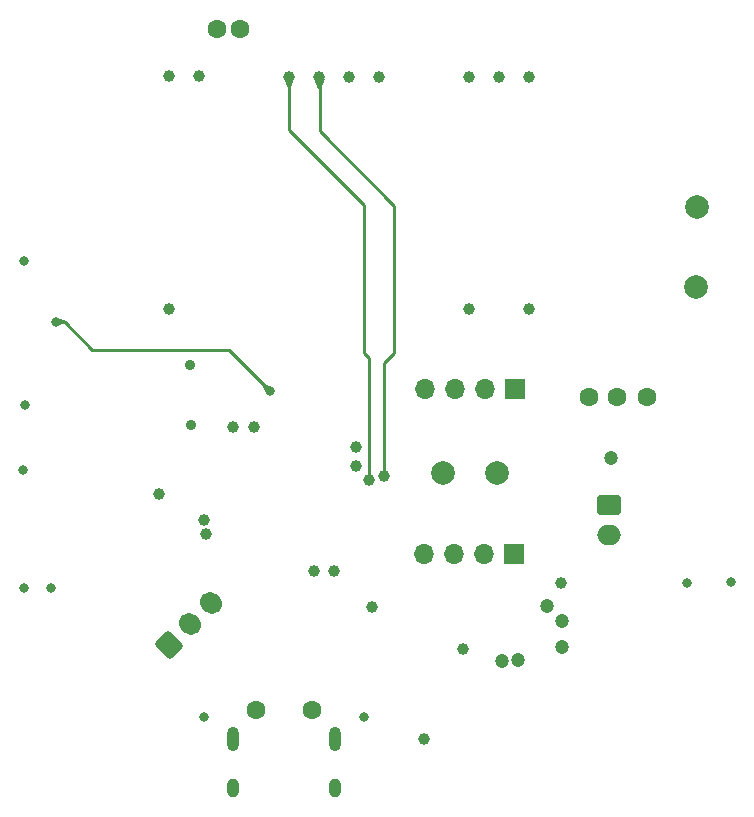
<source format=gbl>
G04 #@! TF.GenerationSoftware,KiCad,Pcbnew,8.0.5*
G04 #@! TF.CreationDate,2025-03-07T10:13:00-08:00*
G04 #@! TF.ProjectId,Telemetry PCB V2,54656c65-6d65-4747-9279-205043422056,rev?*
G04 #@! TF.SameCoordinates,Original*
G04 #@! TF.FileFunction,Copper,L4,Bot*
G04 #@! TF.FilePolarity,Positive*
%FSLAX46Y46*%
G04 Gerber Fmt 4.6, Leading zero omitted, Abs format (unit mm)*
G04 Created by KiCad (PCBNEW 8.0.5) date 2025-03-07 10:13:00*
%MOMM*%
%LPD*%
G01*
G04 APERTURE LIST*
G04 Aperture macros list*
%AMRoundRect*
0 Rectangle with rounded corners*
0 $1 Rounding radius*
0 $2 $3 $4 $5 $6 $7 $8 $9 X,Y pos of 4 corners*
0 Add a 4 corners polygon primitive as box body*
4,1,4,$2,$3,$4,$5,$6,$7,$8,$9,$2,$3,0*
0 Add four circle primitives for the rounded corners*
1,1,$1+$1,$2,$3*
1,1,$1+$1,$4,$5*
1,1,$1+$1,$6,$7*
1,1,$1+$1,$8,$9*
0 Add four rect primitives between the rounded corners*
20,1,$1+$1,$2,$3,$4,$5,0*
20,1,$1+$1,$4,$5,$6,$7,0*
20,1,$1+$1,$6,$7,$8,$9,0*
20,1,$1+$1,$8,$9,$2,$3,0*%
%AMHorizOval*
0 Thick line with rounded ends*
0 $1 width*
0 $2 $3 position (X,Y) of the first rounded end (center of the circle)*
0 $4 $5 position (X,Y) of the second rounded end (center of the circle)*
0 Add line between two ends*
20,1,$1,$2,$3,$4,$5,0*
0 Add two circle primitives to create the rounded ends*
1,1,$1,$2,$3*
1,1,$1,$4,$5*%
G04 Aperture macros list end*
G04 #@! TA.AperFunction,ComponentPad*
%ADD10O,1.000000X2.100000*%
G04 #@! TD*
G04 #@! TA.AperFunction,ComponentPad*
%ADD11O,1.000000X1.600000*%
G04 #@! TD*
G04 #@! TA.AperFunction,ComponentPad*
%ADD12C,2.000000*%
G04 #@! TD*
G04 #@! TA.AperFunction,ComponentPad*
%ADD13R,1.700000X1.700000*%
G04 #@! TD*
G04 #@! TA.AperFunction,ComponentPad*
%ADD14O,1.700000X1.700000*%
G04 #@! TD*
G04 #@! TA.AperFunction,ComponentPad*
%ADD15RoundRect,0.250000X0.088388X-0.936916X0.936916X-0.088388X-0.088388X0.936916X-0.936916X0.088388X0*%
G04 #@! TD*
G04 #@! TA.AperFunction,ComponentPad*
%ADD16HorizOval,1.700000X-0.088388X0.088388X0.088388X-0.088388X0*%
G04 #@! TD*
G04 #@! TA.AperFunction,ComponentPad*
%ADD17RoundRect,0.250000X-0.750000X0.600000X-0.750000X-0.600000X0.750000X-0.600000X0.750000X0.600000X0*%
G04 #@! TD*
G04 #@! TA.AperFunction,ComponentPad*
%ADD18O,2.000000X1.700000*%
G04 #@! TD*
G04 #@! TA.AperFunction,ViaPad*
%ADD19C,1.000000*%
G04 #@! TD*
G04 #@! TA.AperFunction,ViaPad*
%ADD20C,0.900000*%
G04 #@! TD*
G04 #@! TA.AperFunction,ViaPad*
%ADD21C,1.200000*%
G04 #@! TD*
G04 #@! TA.AperFunction,ViaPad*
%ADD22C,0.800000*%
G04 #@! TD*
G04 #@! TA.AperFunction,ViaPad*
%ADD23C,1.600000*%
G04 #@! TD*
G04 #@! TA.AperFunction,Conductor*
%ADD24C,0.250000*%
G04 #@! TD*
G04 APERTURE END LIST*
D10*
X146355000Y-111650000D03*
D11*
X146355000Y-115830000D03*
D10*
X154995000Y-111650000D03*
D11*
X154995000Y-115830000D03*
D12*
X168770000Y-89190000D03*
D13*
X170256396Y-82010000D03*
D14*
X167716396Y-82010000D03*
X165176396Y-82010000D03*
X162636396Y-82010000D03*
D13*
X170220000Y-95970000D03*
D14*
X167680000Y-95970000D03*
X165140001Y-95970000D03*
X162600000Y-95970000D03*
D15*
X140964466Y-103685534D03*
D16*
X142732233Y-101917767D03*
X144500000Y-100150000D03*
D12*
X164170000Y-89120000D03*
X185580000Y-73410000D03*
X185630000Y-66660000D03*
D17*
X178178899Y-91879602D03*
D18*
X178178899Y-94379602D03*
D19*
X165820000Y-104070000D03*
X143500000Y-55500000D03*
X158740000Y-55590000D03*
X171410000Y-75280000D03*
D20*
X142780000Y-80020000D03*
D19*
X171430000Y-55600000D03*
X166340000Y-55590000D03*
D21*
X178400000Y-87900000D03*
D22*
X130990000Y-98870000D03*
D19*
X153212800Y-97434400D03*
D22*
X128700000Y-71200000D03*
D21*
X173000000Y-100400000D03*
D22*
X143935000Y-109810000D03*
X184800000Y-98500000D03*
D19*
X140960000Y-55500000D03*
D22*
X157450000Y-109775000D03*
D19*
X158175000Y-100475000D03*
X168880000Y-55600000D03*
X148132800Y-85293200D03*
X140960000Y-75280000D03*
X143953364Y-93153364D03*
X156200000Y-55590000D03*
X140110000Y-90900000D03*
X156758982Y-88585382D03*
X166330000Y-75280000D03*
D20*
X142790000Y-85050000D03*
D22*
X128580000Y-88910000D03*
D21*
X169200000Y-105050000D03*
D19*
X144101591Y-94344177D03*
X156768800Y-86918800D03*
D22*
X128720000Y-98909999D03*
D21*
X170500000Y-105000000D03*
D22*
X128740000Y-83430000D03*
D19*
X146405600Y-85293200D03*
X154940000Y-97434400D03*
D22*
X149550000Y-82230000D03*
X131400000Y-76370000D03*
D21*
X174200000Y-101700000D03*
D23*
X148300000Y-109200000D03*
D21*
X174250000Y-103900000D03*
D19*
X174160000Y-98490000D03*
D23*
X153100000Y-109200000D03*
X147000000Y-51550000D03*
X145050000Y-51600000D03*
X176500000Y-82700000D03*
D22*
X188590000Y-98409999D03*
D23*
X181400000Y-82700000D03*
D19*
X162520000Y-111679999D03*
D23*
X178900000Y-82700000D03*
D19*
X153700000Y-55630000D03*
X159164136Y-89392740D03*
X157892816Y-89785000D03*
X151120000Y-55590000D03*
D24*
X149550000Y-82230000D02*
X146020000Y-78700000D01*
X134480000Y-78700000D02*
X132150000Y-76370000D01*
X132150000Y-76370000D02*
X131400000Y-76370000D01*
X146020000Y-78700000D02*
X134480000Y-78700000D01*
X159164136Y-89392740D02*
X159164136Y-79849864D01*
X153720000Y-60220000D02*
X153720000Y-55530000D01*
X160020000Y-78994000D02*
X160020000Y-66520000D01*
X160020000Y-66520000D02*
X153720000Y-60220000D01*
X159164136Y-79849864D02*
X160020000Y-78994000D01*
X157480000Y-66460000D02*
X151170000Y-60150000D01*
X151170000Y-60150000D02*
X151170000Y-55450000D01*
X151170000Y-55450000D02*
X151130000Y-55410000D01*
X157480000Y-78994000D02*
X157480000Y-66460000D01*
X157892816Y-89785000D02*
X157892816Y-79406816D01*
X157892816Y-79406816D02*
X157480000Y-78994000D01*
G04 #@! TA.AperFunction,Conductor*
G36*
X149080071Y-81579252D02*
G01*
X149692760Y-81855793D01*
X149698891Y-81862320D01*
X149698767Y-81870909D01*
X149552563Y-82226195D01*
X149546245Y-82232542D01*
X149546195Y-82232563D01*
X149190909Y-82378767D01*
X149181955Y-82378746D01*
X149175793Y-82372760D01*
X149111676Y-82230707D01*
X148949279Y-81870909D01*
X148899252Y-81760071D01*
X148898972Y-81751121D01*
X148901641Y-81746987D01*
X149066986Y-81581642D01*
X149075258Y-81578216D01*
X149080071Y-81579252D01*
G37*
G04 #@! TD.AperFunction*
G04 #@! TA.AperFunction,Conductor*
G36*
X131563786Y-76005155D02*
G01*
X131563959Y-76005229D01*
X132258072Y-76310084D01*
X132264269Y-76316548D01*
X132264079Y-76325501D01*
X132261640Y-76329069D01*
X132098476Y-76492233D01*
X132095021Y-76494622D01*
X131564067Y-76734582D01*
X131555117Y-76734866D01*
X131548587Y-76728738D01*
X131548457Y-76728438D01*
X131401159Y-76373788D01*
X131401151Y-76364836D01*
X131548485Y-76011451D01*
X131554832Y-76005134D01*
X131563786Y-76005155D01*
G37*
G04 #@! TD.AperFunction*
G04 #@! TA.AperFunction,Conductor*
G36*
X154151345Y-55816930D02*
G01*
X154157666Y-55823274D01*
X154157734Y-55832019D01*
X153847919Y-56618610D01*
X153841699Y-56625051D01*
X153837033Y-56626022D01*
X153602609Y-56626022D01*
X153594336Y-56622595D01*
X153591914Y-56619066D01*
X153242914Y-55832285D01*
X153242692Y-55823333D01*
X153248865Y-55816846D01*
X153249112Y-55816740D01*
X153695504Y-55630871D01*
X153704455Y-55630855D01*
X154151345Y-55816930D01*
G37*
G04 #@! TD.AperFunction*
G04 #@! TA.AperFunction,Conductor*
G36*
X151570508Y-55776582D02*
G01*
X151571661Y-55777062D01*
X151577982Y-55783406D01*
X151578175Y-55791819D01*
X151297782Y-56572310D01*
X151291760Y-56578937D01*
X151286771Y-56580054D01*
X151052332Y-56580054D01*
X151044059Y-56576627D01*
X151041803Y-56573455D01*
X150663458Y-55792484D01*
X150662935Y-55783545D01*
X150668886Y-55776854D01*
X150669466Y-55776592D01*
X151115504Y-55590871D01*
X151124455Y-55590855D01*
X151570508Y-55776582D01*
G37*
G04 #@! TD.AperFunction*
M02*

</source>
